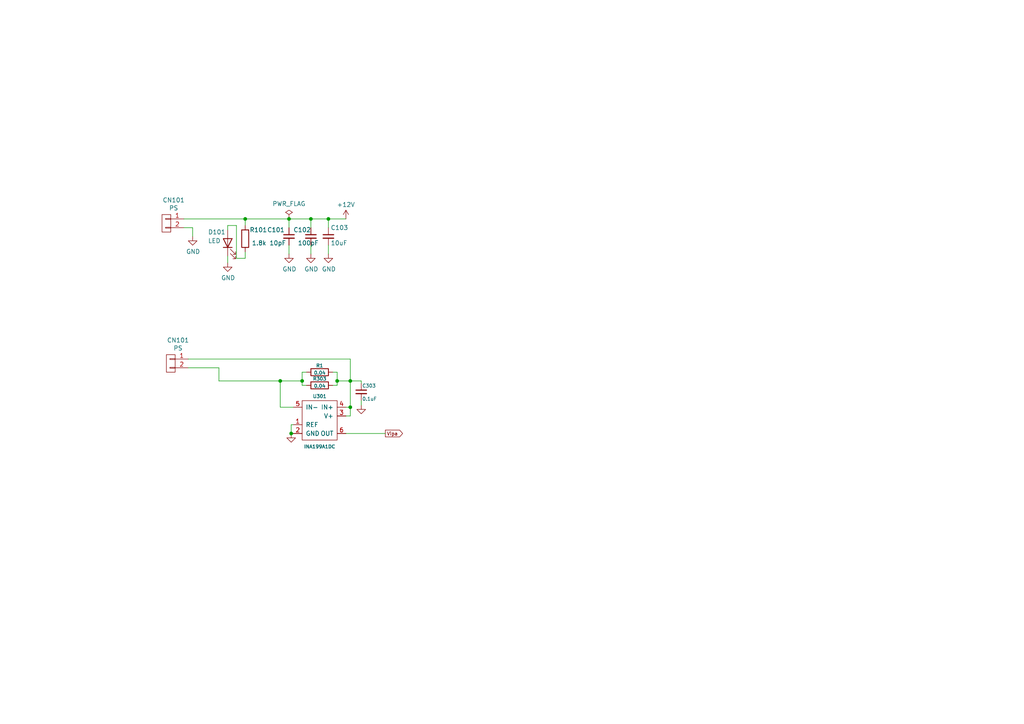
<source format=kicad_sch>
(kicad_sch (version 20230121) (generator eeschema)

  (uuid 3eac3497-6920-4feb-ab20-708a4858d134)

  (paper "A4")

  (title_block
    (title "Radioberry - amplifier for PA30")
    (date "2020-12-18")
    (rev "beta 1")
    (company "AppMind")
    (comment 1 "PA3GSB Johan Maas")
    (comment 2 "rev0.2 JG1TWP, YADO-san")
  )

  (lib_symbols
    (symbol "Device:LED" (pin_numbers hide) (pin_names (offset 1.016) hide) (in_bom yes) (on_board yes)
      (property "Reference" "D" (at 0 2.54 0)
        (effects (font (size 1.27 1.27)))
      )
      (property "Value" "LED" (at 0 -2.54 0)
        (effects (font (size 1.27 1.27)))
      )
      (property "Footprint" "" (at 0 0 0)
        (effects (font (size 1.27 1.27)) hide)
      )
      (property "Datasheet" "~" (at 0 0 0)
        (effects (font (size 1.27 1.27)) hide)
      )
      (property "ki_keywords" "LED diode" (at 0 0 0)
        (effects (font (size 1.27 1.27)) hide)
      )
      (property "ki_description" "Light emitting diode" (at 0 0 0)
        (effects (font (size 1.27 1.27)) hide)
      )
      (property "ki_fp_filters" "LED* LED_SMD:* LED_THT:*" (at 0 0 0)
        (effects (font (size 1.27 1.27)) hide)
      )
      (symbol "LED_0_1"
        (polyline
          (pts
            (xy -1.27 -1.27)
            (xy -1.27 1.27)
          )
          (stroke (width 0.254) (type default))
          (fill (type none))
        )
        (polyline
          (pts
            (xy -1.27 0)
            (xy 1.27 0)
          )
          (stroke (width 0) (type default))
          (fill (type none))
        )
        (polyline
          (pts
            (xy 1.27 -1.27)
            (xy 1.27 1.27)
            (xy -1.27 0)
            (xy 1.27 -1.27)
          )
          (stroke (width 0.254) (type default))
          (fill (type none))
        )
        (polyline
          (pts
            (xy -3.048 -0.762)
            (xy -4.572 -2.286)
            (xy -3.81 -2.286)
            (xy -4.572 -2.286)
            (xy -4.572 -1.524)
          )
          (stroke (width 0) (type default))
          (fill (type none))
        )
        (polyline
          (pts
            (xy -1.778 -0.762)
            (xy -3.302 -2.286)
            (xy -2.54 -2.286)
            (xy -3.302 -2.286)
            (xy -3.302 -1.524)
          )
          (stroke (width 0) (type default))
          (fill (type none))
        )
      )
      (symbol "LED_1_1"
        (pin passive line (at -3.81 0 0) (length 2.54)
          (name "K" (effects (font (size 1.27 1.27))))
          (number "1" (effects (font (size 1.27 1.27))))
        )
        (pin passive line (at 3.81 0 180) (length 2.54)
          (name "A" (effects (font (size 1.27 1.27))))
          (number "2" (effects (font (size 1.27 1.27))))
        )
      )
    )
    (symbol "Device:R" (pin_numbers hide) (pin_names (offset 0)) (in_bom yes) (on_board yes)
      (property "Reference" "R" (at 2.032 0 90)
        (effects (font (size 1.27 1.27)))
      )
      (property "Value" "R" (at 0 0 90)
        (effects (font (size 1.27 1.27)))
      )
      (property "Footprint" "" (at -1.778 0 90)
        (effects (font (size 1.27 1.27)) hide)
      )
      (property "Datasheet" "~" (at 0 0 0)
        (effects (font (size 1.27 1.27)) hide)
      )
      (property "ki_keywords" "R res resistor" (at 0 0 0)
        (effects (font (size 1.27 1.27)) hide)
      )
      (property "ki_description" "Resistor" (at 0 0 0)
        (effects (font (size 1.27 1.27)) hide)
      )
      (property "ki_fp_filters" "R_*" (at 0 0 0)
        (effects (font (size 1.27 1.27)) hide)
      )
      (symbol "R_0_1"
        (rectangle (start -1.016 -2.54) (end 1.016 2.54)
          (stroke (width 0.254) (type default))
          (fill (type none))
        )
      )
      (symbol "R_1_1"
        (pin passive line (at 0 3.81 270) (length 1.27)
          (name "~" (effects (font (size 1.27 1.27))))
          (number "1" (effects (font (size 1.27 1.27))))
        )
        (pin passive line (at 0 -3.81 90) (length 1.27)
          (name "~" (effects (font (size 1.27 1.27))))
          (number "2" (effects (font (size 1.27 1.27))))
        )
      )
    )
    (symbol "hermeslite:CONN_01X02" (pin_names (offset 1.016) hide) (in_bom yes) (on_board yes)
      (property "Reference" "J" (at 0 3.81 0)
        (effects (font (size 1.27 1.27)))
      )
      (property "Value" "CONN_01X02" (at 2.54 0 90)
        (effects (font (size 1.27 1.27)))
      )
      (property "Footprint" "" (at 0 0 0)
        (effects (font (size 1.27 1.27)) hide)
      )
      (property "Datasheet" "" (at 0 0 0)
        (effects (font (size 1.27 1.27)) hide)
      )
      (property "ki_keywords" "connector" (at 0 0 0)
        (effects (font (size 1.27 1.27)) hide)
      )
      (property "ki_description" "Connector, single row, 01x02, pin header" (at 0 0 0)
        (effects (font (size 1.27 1.27)) hide)
      )
      (property "ki_fp_filters" "Pin_Header_Straight_1X* Pin_Header_Angled_1X* Socket_Strip_Straight_1X* Socket_Strip_Angled_1X*" (at 0 0 0)
        (effects (font (size 1.27 1.27)) hide)
      )
      (symbol "CONN_01X02_0_1"
        (rectangle (start -1.27 -1.143) (end 0.254 -1.397)
          (stroke (width 0) (type solid))
          (fill (type none))
        )
        (rectangle (start -1.27 1.397) (end 0.254 1.143)
          (stroke (width 0) (type solid))
          (fill (type none))
        )
        (rectangle (start -1.27 2.54) (end 1.27 -2.54)
          (stroke (width 0) (type solid))
          (fill (type none))
        )
      )
      (symbol "CONN_01X02_1_1"
        (pin passive line (at -5.08 1.27 0) (length 3.81)
          (name "P1" (effects (font (size 1.27 1.27))))
          (number "1" (effects (font (size 1.27 1.27))))
        )
        (pin passive line (at -5.08 -1.27 0) (length 3.81)
          (name "P2" (effects (font (size 1.27 1.27))))
          (number "2" (effects (font (size 1.27 1.27))))
        )
      )
    )
    (symbol "hermeslite:C_Small" (pin_numbers hide) (pin_names (offset 0.254) hide) (in_bom yes) (on_board yes)
      (property "Reference" "C" (at 0.254 1.778 0)
        (effects (font (size 1.27 1.27)) (justify left))
      )
      (property "Value" "C_Small" (at 0.254 -2.032 0)
        (effects (font (size 1.27 1.27)) (justify left))
      )
      (property "Footprint" "" (at 0 0 0)
        (effects (font (size 1.27 1.27)) hide)
      )
      (property "Datasheet" "" (at 0 0 0)
        (effects (font (size 1.27 1.27)) hide)
      )
      (property "ki_keywords" "capacitor cap" (at 0 0 0)
        (effects (font (size 1.27 1.27)) hide)
      )
      (property "ki_description" "Unpolarized capacitor" (at 0 0 0)
        (effects (font (size 1.27 1.27)) hide)
      )
      (property "ki_fp_filters" "C_*" (at 0 0 0)
        (effects (font (size 1.27 1.27)) hide)
      )
      (symbol "C_Small_0_1"
        (polyline
          (pts
            (xy -1.524 -0.508)
            (xy 1.524 -0.508)
          )
          (stroke (width 0.3302) (type solid))
          (fill (type none))
        )
        (polyline
          (pts
            (xy -1.524 0.508)
            (xy 1.524 0.508)
          )
          (stroke (width 0.3048) (type solid))
          (fill (type none))
        )
      )
      (symbol "C_Small_1_1"
        (pin passive line (at 0 2.54 270) (length 2.032)
          (name "~" (effects (font (size 1.27 1.27))))
          (number "1" (effects (font (size 1.27 1.27))))
        )
        (pin passive line (at 0 -2.54 90) (length 2.032)
          (name "~" (effects (font (size 1.27 1.27))))
          (number "2" (effects (font (size 1.27 1.27))))
        )
      )
    )
    (symbol "hermeslite:GND" (power) (pin_names (offset 0)) (in_bom yes) (on_board yes)
      (property "Reference" "#PWR" (at 0 -6.35 0)
        (effects (font (size 1.27 1.27)) hide)
      )
      (property "Value" "GND" (at 0 -3.81 0)
        (effects (font (size 1.27 1.27)))
      )
      (property "Footprint" "" (at 0 0 0)
        (effects (font (size 1.27 1.27)) hide)
      )
      (property "Datasheet" "" (at 0 0 0)
        (effects (font (size 1.27 1.27)) hide)
      )
      (property "ki_keywords" "POWER, PWR" (at 0 0 0)
        (effects (font (size 1.27 1.27)) hide)
      )
      (symbol "GND_0_1"
        (polyline
          (pts
            (xy 0 0)
            (xy 0 -1.27)
            (xy 1.27 -1.27)
            (xy 0 -2.54)
            (xy -1.27 -1.27)
            (xy 0 -1.27)
          )
          (stroke (width 0) (type solid))
          (fill (type none))
        )
      )
      (symbol "GND_1_1"
        (pin power_in line (at 0 0 270) (length 0) hide
          (name "GND" (effects (font (size 1.27 1.27))))
          (number "1" (effects (font (size 1.27 1.27))))
        )
      )
    )
    (symbol "hermeslite:INA199x1" (pin_names (offset 1.016)) (in_bom yes) (on_board yes)
      (property "Reference" "U" (at 0 -6.35 0)
        (effects (font (size 1.524 1.524)))
      )
      (property "Value" "INA199x1" (at 0 -1.27 0)
        (effects (font (size 1.524 1.524)))
      )
      (property "Footprint" "" (at 0 0 0)
        (effects (font (size 1.524 1.524)))
      )
      (property "Datasheet" "" (at 0 0 0)
        (effects (font (size 1.524 1.524)))
      )
      (symbol "INA199x1_0_0"
        (rectangle (start -5.08 11.43) (end 5.08 0)
          (stroke (width 0) (type solid))
          (fill (type none))
        )
      )
      (symbol "INA199x1_1_1"
        (pin input line (at 7.62 4.445 180) (length 2.54)
          (name "REF" (effects (font (size 1.27 1.27))))
          (number "1" (effects (font (size 1.27 1.27))))
        )
        (pin input line (at 7.62 1.905 180) (length 2.54)
          (name "GND" (effects (font (size 1.27 1.27))))
          (number "2" (effects (font (size 1.27 1.27))))
        )
        (pin input line (at -7.62 6.985 0) (length 2.54)
          (name "V+" (effects (font (size 1.27 1.27))))
          (number "3" (effects (font (size 1.27 1.27))))
        )
        (pin input line (at -7.62 9.525 0) (length 2.54)
          (name "IN+" (effects (font (size 1.27 1.27))))
          (number "4" (effects (font (size 1.27 1.27))))
        )
        (pin input line (at 7.62 9.525 180) (length 2.54)
          (name "IN-" (effects (font (size 1.27 1.27))))
          (number "5" (effects (font (size 1.27 1.27))))
        )
        (pin input line (at -7.62 1.905 0) (length 2.54)
          (name "OUT" (effects (font (size 1.27 1.27))))
          (number "6" (effects (font (size 1.27 1.27))))
        )
      )
    )
    (symbol "hermeslite:R" (pin_numbers hide) (pin_names (offset 0)) (in_bom yes) (on_board yes)
      (property "Reference" "R" (at 2.032 0 90)
        (effects (font (size 1.27 1.27)))
      )
      (property "Value" "R" (at 0 0 90)
        (effects (font (size 1.27 1.27)))
      )
      (property "Footprint" "" (at -1.778 0 90)
        (effects (font (size 1.27 1.27)) hide)
      )
      (property "Datasheet" "" (at 0 0 0)
        (effects (font (size 1.27 1.27)) hide)
      )
      (property "ki_keywords" "r res resistor" (at 0 0 0)
        (effects (font (size 1.27 1.27)) hide)
      )
      (property "ki_description" "Resistor" (at 0 0 0)
        (effects (font (size 1.27 1.27)) hide)
      )
      (property "ki_fp_filters" "R_* R_*" (at 0 0 0)
        (effects (font (size 1.27 1.27)) hide)
      )
      (symbol "R_0_1"
        (rectangle (start -1.016 -2.54) (end 1.016 2.54)
          (stroke (width 0.254) (type solid))
          (fill (type none))
        )
      )
      (symbol "R_1_1"
        (pin passive line (at 0 3.81 270) (length 1.27)
          (name "~" (effects (font (size 1.27 1.27))))
          (number "1" (effects (font (size 1.27 1.27))))
        )
        (pin passive line (at 0 -3.81 90) (length 1.27)
          (name "~" (effects (font (size 1.27 1.27))))
          (number "2" (effects (font (size 1.27 1.27))))
        )
      )
    )
    (symbol "power:+12V" (power) (pin_names (offset 0)) (in_bom yes) (on_board yes)
      (property "Reference" "#PWR" (at 0 -3.81 0)
        (effects (font (size 1.27 1.27)) hide)
      )
      (property "Value" "+12V" (at 0 3.556 0)
        (effects (font (size 1.27 1.27)))
      )
      (property "Footprint" "" (at 0 0 0)
        (effects (font (size 1.27 1.27)) hide)
      )
      (property "Datasheet" "" (at 0 0 0)
        (effects (font (size 1.27 1.27)) hide)
      )
      (property "ki_keywords" "global power" (at 0 0 0)
        (effects (font (size 1.27 1.27)) hide)
      )
      (property "ki_description" "Power symbol creates a global label with name \"+12V\"" (at 0 0 0)
        (effects (font (size 1.27 1.27)) hide)
      )
      (symbol "+12V_0_1"
        (polyline
          (pts
            (xy -0.762 1.27)
            (xy 0 2.54)
          )
          (stroke (width 0) (type default))
          (fill (type none))
        )
        (polyline
          (pts
            (xy 0 0)
            (xy 0 2.54)
          )
          (stroke (width 0) (type default))
          (fill (type none))
        )
        (polyline
          (pts
            (xy 0 2.54)
            (xy 0.762 1.27)
          )
          (stroke (width 0) (type default))
          (fill (type none))
        )
      )
      (symbol "+12V_1_1"
        (pin power_in line (at 0 0 90) (length 0) hide
          (name "+12V" (effects (font (size 1.27 1.27))))
          (number "1" (effects (font (size 1.27 1.27))))
        )
      )
    )
    (symbol "power:GND" (power) (pin_names (offset 0)) (in_bom yes) (on_board yes)
      (property "Reference" "#PWR" (at 0 -6.35 0)
        (effects (font (size 1.27 1.27)) hide)
      )
      (property "Value" "GND" (at 0 -3.81 0)
        (effects (font (size 1.27 1.27)))
      )
      (property "Footprint" "" (at 0 0 0)
        (effects (font (size 1.27 1.27)) hide)
      )
      (property "Datasheet" "" (at 0 0 0)
        (effects (font (size 1.27 1.27)) hide)
      )
      (property "ki_keywords" "global power" (at 0 0 0)
        (effects (font (size 1.27 1.27)) hide)
      )
      (property "ki_description" "Power symbol creates a global label with name \"GND\" , ground" (at 0 0 0)
        (effects (font (size 1.27 1.27)) hide)
      )
      (symbol "GND_0_1"
        (polyline
          (pts
            (xy 0 0)
            (xy 0 -1.27)
            (xy 1.27 -1.27)
            (xy 0 -2.54)
            (xy -1.27 -1.27)
            (xy 0 -1.27)
          )
          (stroke (width 0) (type default))
          (fill (type none))
        )
      )
      (symbol "GND_1_1"
        (pin power_in line (at 0 0 270) (length 0) hide
          (name "GND" (effects (font (size 1.27 1.27))))
          (number "1" (effects (font (size 1.27 1.27))))
        )
      )
    )
    (symbol "power:PWR_FLAG" (power) (pin_numbers hide) (pin_names (offset 0) hide) (in_bom yes) (on_board yes)
      (property "Reference" "#FLG" (at 0 1.905 0)
        (effects (font (size 1.27 1.27)) hide)
      )
      (property "Value" "PWR_FLAG" (at 0 3.81 0)
        (effects (font (size 1.27 1.27)))
      )
      (property "Footprint" "" (at 0 0 0)
        (effects (font (size 1.27 1.27)) hide)
      )
      (property "Datasheet" "~" (at 0 0 0)
        (effects (font (size 1.27 1.27)) hide)
      )
      (property "ki_keywords" "flag power" (at 0 0 0)
        (effects (font (size 1.27 1.27)) hide)
      )
      (property "ki_description" "Special symbol for telling ERC where power comes from" (at 0 0 0)
        (effects (font (size 1.27 1.27)) hide)
      )
      (symbol "PWR_FLAG_0_0"
        (pin power_out line (at 0 0 90) (length 0)
          (name "pwr" (effects (font (size 1.27 1.27))))
          (number "1" (effects (font (size 1.27 1.27))))
        )
      )
      (symbol "PWR_FLAG_0_1"
        (polyline
          (pts
            (xy 0 0)
            (xy 0 1.27)
            (xy -1.016 1.905)
            (xy 0 2.54)
            (xy 1.016 1.905)
            (xy 0 1.27)
          )
          (stroke (width 0) (type default))
          (fill (type none))
        )
      )
    )
  )

  (junction (at 83.82 63.5) (diameter 0) (color 0 0 0 0)
    (uuid 160f9d1d-3206-4b3a-85b4-a688cf4c1f49)
  )
  (junction (at 101.6 110.49) (diameter 0) (color 0 0 0 0)
    (uuid 202cea70-49cb-4147-a092-ccbbef5dfd06)
  )
  (junction (at 95.25 63.5) (diameter 0) (color 0 0 0 0)
    (uuid 44000af8-acc4-4c07-b02f-e4175253d095)
  )
  (junction (at 71.12 63.5) (diameter 0) (color 0 0 0 0)
    (uuid 53fcc0fd-ab9f-4d59-a0d0-068949f141a4)
  )
  (junction (at 97.79 110.49) (diameter 0) (color 0 0 0 0)
    (uuid 54b764b9-b6bf-4ddf-8a42-5b70b5d66e39)
  )
  (junction (at 81.28 110.49) (diameter 0) (color 0 0 0 0)
    (uuid a869ee72-ca3f-44cf-bbc3-f53d74f20c45)
  )
  (junction (at 87.63 110.49) (diameter 0) (color 0 0 0 0)
    (uuid ae111cfd-54c3-482d-ae38-8b6b57174719)
  )
  (junction (at 90.17 63.5) (diameter 0) (color 0 0 0 0)
    (uuid b0da7ac4-2f14-432b-9604-46f57e9f8668)
  )
  (junction (at 101.6 118.11) (diameter 0) (color 0 0 0 0)
    (uuid e55488c7-64d0-46c6-9932-dfca6f7fdc88)
  )
  (junction (at 84.455 125.73) (diameter 0) (color 0 0 0 0)
    (uuid ee066086-e56e-4613-926b-ee6cc68d5d6b)
  )

  (wire (pts (xy 101.6 104.14) (xy 101.6 110.49))
    (stroke (width 0) (type default))
    (uuid 01b6b1ae-61cf-4931-ad5d-8b39adb19e42)
  )
  (wire (pts (xy 104.775 110.49) (xy 104.775 111.125))
    (stroke (width 0) (type default))
    (uuid 02b7fb9b-258f-417a-9458-33086106440c)
  )
  (wire (pts (xy 54.61 104.14) (xy 101.6 104.14))
    (stroke (width 0) (type default))
    (uuid 08e89aad-34b8-4a86-8de6-7b004bae3f10)
  )
  (wire (pts (xy 97.79 110.49) (xy 101.6 110.49))
    (stroke (width 0) (type default))
    (uuid 125e3ead-ce5e-45e7-8f7c-63d986412a49)
  )
  (wire (pts (xy 95.25 66.04) (xy 95.25 63.5))
    (stroke (width 0) (type default))
    (uuid 19dbf5ab-701d-4927-944c-df3d6f1ed3a4)
  )
  (wire (pts (xy 85.09 125.73) (xy 84.455 125.73))
    (stroke (width 0) (type default))
    (uuid 1b4abde2-a419-4684-9366-e382daae051c)
  )
  (wire (pts (xy 96.52 107.95) (xy 97.79 107.95))
    (stroke (width 0) (type default))
    (uuid 1c603370-7a55-46de-b878-2daa4f9d1430)
  )
  (wire (pts (xy 68.58 74.93) (xy 71.12 74.93))
    (stroke (width 0) (type default))
    (uuid 1fc38097-5e69-4557-850a-14b21333ea3b)
  )
  (wire (pts (xy 85.09 123.19) (xy 84.455 123.19))
    (stroke (width 0) (type default))
    (uuid 20ec3b21-6512-4522-afbb-9258d4fc36b0)
  )
  (wire (pts (xy 96.52 111.76) (xy 97.79 111.76))
    (stroke (width 0) (type default))
    (uuid 23bf2d63-9485-44d3-a239-e85065186a30)
  )
  (wire (pts (xy 53.34 63.5) (xy 71.12 63.5))
    (stroke (width 0) (type default))
    (uuid 269020ca-8ad5-4c4e-b4d7-d1586d82c869)
  )
  (wire (pts (xy 95.25 63.5) (xy 100.33 63.5))
    (stroke (width 0) (type default))
    (uuid 2ac540b0-374d-444c-aff5-8a85d13ae055)
  )
  (wire (pts (xy 54.61 106.68) (xy 63.5 106.68))
    (stroke (width 0) (type default))
    (uuid 2d1b15c5-9e75-4b5a-acaa-4f5f9e5ff51c)
  )
  (wire (pts (xy 63.5 110.49) (xy 81.28 110.49))
    (stroke (width 0) (type default))
    (uuid 311f0c2e-fb3a-4f13-83f4-49cb2110f60f)
  )
  (wire (pts (xy 85.09 118.11) (xy 81.28 118.11))
    (stroke (width 0) (type default))
    (uuid 36e459f3-5216-45a9-bc13-b3c02b291097)
  )
  (wire (pts (xy 88.9 107.95) (xy 87.63 107.95))
    (stroke (width 0) (type default))
    (uuid 3c84452d-dacd-41db-bb78-bccd7640480d)
  )
  (wire (pts (xy 66.04 66.675) (xy 66.04 65.405))
    (stroke (width 0) (type default))
    (uuid 413cf1f0-3921-4443-8ef5-091f710ad8e6)
  )
  (wire (pts (xy 71.12 74.93) (xy 71.12 73.025))
    (stroke (width 0) (type default))
    (uuid 420ca4b4-91af-4858-94d9-a33a0a34cec5)
  )
  (wire (pts (xy 97.79 107.95) (xy 97.79 110.49))
    (stroke (width 0) (type default))
    (uuid 42d68021-a124-4c92-b1a9-db68c1188148)
  )
  (wire (pts (xy 66.04 65.405) (xy 68.58 65.405))
    (stroke (width 0) (type default))
    (uuid 529fae79-e6f2-4ef0-9e21-ad8d7e187961)
  )
  (wire (pts (xy 90.17 63.5) (xy 95.25 63.5))
    (stroke (width 0) (type default))
    (uuid 53622abb-4e27-447f-a9ce-f578894b6fd6)
  )
  (wire (pts (xy 90.17 66.04) (xy 90.17 63.5))
    (stroke (width 0) (type default))
    (uuid 54c5de05-7b21-4b59-9819-32ac126fbaf5)
  )
  (wire (pts (xy 66.04 74.295) (xy 66.04 76.2))
    (stroke (width 0) (type default))
    (uuid 57227b6f-ffda-4b54-8ba7-45dfb99aaaf8)
  )
  (wire (pts (xy 71.12 63.5) (xy 83.82 63.5))
    (stroke (width 0) (type default))
    (uuid 57371917-5b38-4bef-8f75-fb72872c99e5)
  )
  (wire (pts (xy 95.25 73.66) (xy 95.25 71.12))
    (stroke (width 0) (type default))
    (uuid 60afd0b0-af85-45c8-8bc8-ef000c7e7198)
  )
  (wire (pts (xy 101.6 110.49) (xy 104.775 110.49))
    (stroke (width 0) (type default))
    (uuid 610ee8e2-cb57-4b37-8bf0-17845d5d8acd)
  )
  (wire (pts (xy 83.82 63.5) (xy 90.17 63.5))
    (stroke (width 0) (type default))
    (uuid 6b3d767a-e02d-4866-bb80-e4d1599fefad)
  )
  (wire (pts (xy 55.88 66.04) (xy 55.88 68.58))
    (stroke (width 0) (type default))
    (uuid 6dea07db-6a03-43f9-828c-8f65de69bdd2)
  )
  (wire (pts (xy 84.455 123.19) (xy 84.455 125.73))
    (stroke (width 0) (type default))
    (uuid 77e42fae-6aa8-47de-a357-c70604c8ac77)
  )
  (wire (pts (xy 101.6 110.49) (xy 101.6 118.11))
    (stroke (width 0) (type default))
    (uuid 7832a938-4848-4a44-b365-335376facbc8)
  )
  (wire (pts (xy 71.12 65.405) (xy 71.12 63.5))
    (stroke (width 0) (type default))
    (uuid 809a4bb7-9629-4184-bc26-475c7fc7fde6)
  )
  (wire (pts (xy 87.63 107.95) (xy 87.63 110.49))
    (stroke (width 0) (type default))
    (uuid 85bb2de5-1ea3-4209-9259-8fa14ac50886)
  )
  (wire (pts (xy 83.82 66.04) (xy 83.82 63.5))
    (stroke (width 0) (type default))
    (uuid 92a08953-754a-4492-9069-6481f27f268b)
  )
  (wire (pts (xy 100.33 118.11) (xy 101.6 118.11))
    (stroke (width 0) (type default))
    (uuid a3cfba2d-1f3c-4180-937e-c50023d03832)
  )
  (wire (pts (xy 87.63 110.49) (xy 87.63 111.76))
    (stroke (width 0) (type default))
    (uuid a680b5b2-f138-4b7b-af2f-28466d306183)
  )
  (wire (pts (xy 104.775 116.205) (xy 104.775 117.475))
    (stroke (width 0) (type default))
    (uuid a70df7be-07b3-45dd-92ef-e7415ebc5bb9)
  )
  (wire (pts (xy 101.6 118.11) (xy 101.6 120.65))
    (stroke (width 0) (type default))
    (uuid add70048-3db5-4f0f-9c0a-49eadbaf0a95)
  )
  (wire (pts (xy 100.33 125.73) (xy 111.76 125.73))
    (stroke (width 0) (type default))
    (uuid bf63feed-403e-4322-b6a8-facefa7a1c2b)
  )
  (wire (pts (xy 81.28 110.49) (xy 81.28 118.11))
    (stroke (width 0) (type default))
    (uuid c1a088ab-afa3-433c-8211-26869a43bc67)
  )
  (wire (pts (xy 87.63 111.76) (xy 88.9 111.76))
    (stroke (width 0) (type default))
    (uuid cc2b7b71-1129-4ee6-8e16-3ea1e9892a2b)
  )
  (wire (pts (xy 83.82 71.12) (xy 83.82 73.66))
    (stroke (width 0) (type default))
    (uuid d08882a4-121d-4969-a26c-f152fdcb084b)
  )
  (wire (pts (xy 68.58 65.405) (xy 68.58 74.93))
    (stroke (width 0) (type default))
    (uuid d797b36d-2877-491a-8e03-77474e86d6ff)
  )
  (wire (pts (xy 81.28 110.49) (xy 87.63 110.49))
    (stroke (width 0) (type default))
    (uuid db3166ac-2290-466b-926d-e5264f3b4134)
  )
  (wire (pts (xy 97.79 110.49) (xy 97.79 111.76))
    (stroke (width 0) (type default))
    (uuid e43447ae-9dbd-4272-a84a-6648bafe7a43)
  )
  (wire (pts (xy 90.17 71.12) (xy 90.17 73.66))
    (stroke (width 0) (type default))
    (uuid e6231e41-5929-4926-a465-cc92e52aadb9)
  )
  (wire (pts (xy 53.34 66.04) (xy 55.88 66.04))
    (stroke (width 0) (type default))
    (uuid f0000412-2504-4042-82e8-38f28eaa9915)
  )
  (wire (pts (xy 101.6 120.65) (xy 100.33 120.65))
    (stroke (width 0) (type default))
    (uuid f32ca0e8-1d1c-4163-bf95-37fb87eedf27)
  )
  (wire (pts (xy 63.5 106.68) (xy 63.5 110.49))
    (stroke (width 0) (type default))
    (uuid f740c1c2-933a-41a1-89a4-7e62dbbc9b43)
  )

  (global_label "Vipa" (shape output) (at 111.76 125.73 0)
    (effects (font (size 0.9906 0.9906)) (justify left))
    (uuid 97ff4957-a404-4823-9fc4-a458aa710cad)
    (property "Intersheetrefs" "${INTERSHEET_REFS}" (at 111.76 125.73 0)
      (effects (font (size 1.27 1.27)) hide)
    )
  )

  (symbol (lib_id "hermeslite:C_Small") (at 90.17 68.58 0) (unit 1)
    (in_bom yes) (on_board yes) (dnp no)
    (uuid 00000000-0000-0000-0000-00005fdb978b)
    (property "Reference" "C102" (at 85.09 66.675 0)
      (effects (font (size 1.27 1.27)) (justify left))
    )
    (property "Value" "100pF" (at 86.36 70.485 0)
      (effects (font (size 1.27 1.27)) (justify left))
    )
    (property "Footprint" "HERMESLITE:SMD-0805" (at 90.17 68.58 0)
      (effects (font (size 1.27 1.27)) hide)
    )
    (property "Datasheet" "" (at 90.17 68.58 0)
      (effects (font (size 1.27 1.27)) hide)
    )
    (pin "1" (uuid a9b23701-42fe-4c7c-8f46-e9436d20120f))
    (pin "2" (uuid 418c3ce8-7c85-496f-9ae9-5d71e6ada31c))
    (instances
      (project "Power.pa30"
        (path "/3eac3497-6920-4feb-ab20-708a4858d134"
          (reference "C102") (unit 1)
        )
      )
      (project "hat.pa30"
        (path "/ba8e7a9c-7c3b-408c-ae14-10b9ecdea265/00000000-0000-0000-0000-00005fd3ddb9"
          (reference "C102") (unit 1)
        )
      )
    )
  )

  (symbol (lib_id "hermeslite:C_Small") (at 83.82 68.58 0) (unit 1)
    (in_bom yes) (on_board yes) (dnp no)
    (uuid 00000000-0000-0000-0000-00005fdc154d)
    (property "Reference" "C101" (at 77.47 66.675 0)
      (effects (font (size 1.27 1.27)) (justify left))
    )
    (property "Value" "10pF" (at 78.105 70.485 0)
      (effects (font (size 1.27 1.27)) (justify left))
    )
    (property "Footprint" "HERMESLITE:SMD-0805" (at 83.82 68.58 0)
      (effects (font (size 1.27 1.27)) hide)
    )
    (property "Datasheet" "" (at 83.82 68.58 0)
      (effects (font (size 1.27 1.27)) hide)
    )
    (pin "1" (uuid fa1907b5-e0a3-4907-a845-502eec6cc40b))
    (pin "2" (uuid 8fc1a60f-c105-4857-9daa-b9fc77d52f4a))
    (instances
      (project "Power.pa30"
        (path "/3eac3497-6920-4feb-ab20-708a4858d134"
          (reference "C101") (unit 1)
        )
      )
      (project "hat.pa30"
        (path "/ba8e7a9c-7c3b-408c-ae14-10b9ecdea265/00000000-0000-0000-0000-00005fd3ddb9"
          (reference "C101") (unit 1)
        )
      )
    )
  )

  (symbol (lib_id "hermeslite:GND") (at 83.82 73.66 0) (unit 1)
    (in_bom yes) (on_board yes) (dnp no)
    (uuid 00000000-0000-0000-0000-00005fdcf0a9)
    (property "Reference" "#PWR0103" (at 83.82 80.01 0)
      (effects (font (size 1.27 1.27)) hide)
    )
    (property "Value" "GND" (at 83.947 78.0542 0)
      (effects (font (size 1.27 1.27)))
    )
    (property "Footprint" "" (at 83.82 73.66 0)
      (effects (font (size 1.27 1.27)) hide)
    )
    (property "Datasheet" "" (at 83.82 73.66 0)
      (effects (font (size 1.27 1.27)) hide)
    )
    (pin "1" (uuid b7a34d86-18aa-4434-bb0a-fc6c10e8f1cb))
    (instances
      (project "Power.pa30"
        (path "/3eac3497-6920-4feb-ab20-708a4858d134"
          (reference "#PWR0103") (unit 1)
        )
      )
      (project "hat.pa30"
        (path "/ba8e7a9c-7c3b-408c-ae14-10b9ecdea265/00000000-0000-0000-0000-00005fd3ddb9"
          (reference "#PWR0103") (unit 1)
        )
      )
    )
  )

  (symbol (lib_id "hermeslite:GND") (at 90.17 73.66 0) (unit 1)
    (in_bom yes) (on_board yes) (dnp no)
    (uuid 00000000-0000-0000-0000-00005fdcf320)
    (property "Reference" "#PWR0104" (at 90.17 80.01 0)
      (effects (font (size 1.27 1.27)) hide)
    )
    (property "Value" "GND" (at 90.297 78.0542 0)
      (effects (font (size 1.27 1.27)))
    )
    (property "Footprint" "" (at 90.17 73.66 0)
      (effects (font (size 1.27 1.27)) hide)
    )
    (property "Datasheet" "" (at 90.17 73.66 0)
      (effects (font (size 1.27 1.27)) hide)
    )
    (pin "1" (uuid 6b33fe9c-57c1-4463-a004-e99db32c0ce9))
    (instances
      (project "Power.pa30"
        (path "/3eac3497-6920-4feb-ab20-708a4858d134"
          (reference "#PWR0104") (unit 1)
        )
      )
      (project "hat.pa30"
        (path "/ba8e7a9c-7c3b-408c-ae14-10b9ecdea265/00000000-0000-0000-0000-00005fd3ddb9"
          (reference "#PWR0104") (unit 1)
        )
      )
    )
  )

  (symbol (lib_id "hermeslite:CONN_01X02") (at 48.26 64.77 0) (mirror y) (unit 1)
    (in_bom yes) (on_board yes) (dnp no)
    (uuid 00000000-0000-0000-0000-00005ff950b5)
    (property "Reference" "CN101" (at 50.3682 58.039 0)
      (effects (font (size 1.27 1.27)))
    )
    (property "Value" "PS" (at 50.3682 60.3504 0)
      (effects (font (size 1.27 1.27)))
    )
    (property "Footprint" "Connector_PinHeader_2.54mm:PinHeader_1x02_P2.54mm_Vertical" (at 48.26 64.77 0)
      (effects (font (size 1.27 1.27)) hide)
    )
    (property "Datasheet" "" (at 48.26 64.77 0)
      (effects (font (size 1.27 1.27)) hide)
    )
    (pin "1" (uuid 1bfd5c71-5a59-421c-bbdb-39e6dc0128e7))
    (pin "2" (uuid b605511d-fc16-4f68-af2e-9be7d22595b7))
    (instances
      (project "Power.pa30"
        (path "/3eac3497-6920-4feb-ab20-708a4858d134"
          (reference "CN101") (unit 1)
        )
      )
      (project "hat.pa30"
        (path "/ba8e7a9c-7c3b-408c-ae14-10b9ecdea265/00000000-0000-0000-0000-00005fd3ddb9"
          (reference "CN101") (unit 1)
        )
      )
    )
  )

  (symbol (lib_id "hermeslite:GND") (at 55.88 68.58 0) (unit 1)
    (in_bom yes) (on_board yes) (dnp no)
    (uuid 00000000-0000-0000-0000-00005ff950e5)
    (property "Reference" "#PWR0102" (at 55.88 74.93 0)
      (effects (font (size 1.27 1.27)) hide)
    )
    (property "Value" "GND" (at 56.007 72.9742 0)
      (effects (font (size 1.27 1.27)))
    )
    (property "Footprint" "" (at 55.88 68.58 0)
      (effects (font (size 1.27 1.27)) hide)
    )
    (property "Datasheet" "" (at 55.88 68.58 0)
      (effects (font (size 1.27 1.27)) hide)
    )
    (pin "1" (uuid a6073419-b293-42cf-b1e3-36d86efc398c))
    (instances
      (project "Power.pa30"
        (path "/3eac3497-6920-4feb-ab20-708a4858d134"
          (reference "#PWR0102") (unit 1)
        )
      )
      (project "hat.pa30"
        (path "/ba8e7a9c-7c3b-408c-ae14-10b9ecdea265/00000000-0000-0000-0000-00005fd3ddb9"
          (reference "#PWR0102") (unit 1)
        )
      )
    )
  )

  (symbol (lib_id "hermeslite:GND") (at 66.04 76.2 0) (unit 1)
    (in_bom yes) (on_board yes) (dnp no)
    (uuid 00000000-0000-0000-0000-00005ff950f0)
    (property "Reference" "#PWR0106" (at 66.04 82.55 0)
      (effects (font (size 1.27 1.27)) hide)
    )
    (property "Value" "GND" (at 66.167 80.5942 0)
      (effects (font (size 1.27 1.27)))
    )
    (property "Footprint" "" (at 66.04 76.2 0)
      (effects (font (size 1.27 1.27)) hide)
    )
    (property "Datasheet" "" (at 66.04 76.2 0)
      (effects (font (size 1.27 1.27)) hide)
    )
    (pin "1" (uuid 10370004-9294-4b46-ac43-8f896c84547d))
    (instances
      (project "Power.pa30"
        (path "/3eac3497-6920-4feb-ab20-708a4858d134"
          (reference "#PWR0106") (unit 1)
        )
      )
      (project "hat.pa30"
        (path "/ba8e7a9c-7c3b-408c-ae14-10b9ecdea265/00000000-0000-0000-0000-00005fd3ddb9"
          (reference "#PWR0106") (unit 1)
        )
      )
    )
  )

  (symbol (lib_id "hermeslite:C_Small") (at 95.25 68.58 0) (unit 1)
    (in_bom yes) (on_board yes) (dnp no)
    (uuid 00000000-0000-0000-0000-00005ff950f7)
    (property "Reference" "C103" (at 95.885 66.04 0)
      (effects (font (size 1.27 1.27)) (justify left))
    )
    (property "Value" "10uF" (at 95.885 70.485 0)
      (effects (font (size 1.27 1.27)) (justify left))
    )
    (property "Footprint" "HERMESLITE:SMD-0805" (at 95.25 68.58 0)
      (effects (font (size 1.27 1.27)) hide)
    )
    (property "Datasheet" "" (at 95.25 68.58 0)
      (effects (font (size 1.27 1.27)) hide)
    )
    (pin "1" (uuid f5e4fe84-1860-4a6f-b4db-636485cdeea4))
    (pin "2" (uuid dd14923f-ddc4-4784-9143-6fe77fac746e))
    (instances
      (project "Power.pa30"
        (path "/3eac3497-6920-4feb-ab20-708a4858d134"
          (reference "C103") (unit 1)
        )
      )
      (project "hat.pa30"
        (path "/ba8e7a9c-7c3b-408c-ae14-10b9ecdea265/00000000-0000-0000-0000-00005fd3ddb9"
          (reference "C103") (unit 1)
        )
      )
    )
  )

  (symbol (lib_id "hermeslite:GND") (at 95.25 73.66 0) (unit 1)
    (in_bom yes) (on_board yes) (dnp no)
    (uuid 00000000-0000-0000-0000-00005ff95199)
    (property "Reference" "#PWR0105" (at 95.25 80.01 0)
      (effects (font (size 1.27 1.27)) hide)
    )
    (property "Value" "GND" (at 95.377 78.0542 0)
      (effects (font (size 1.27 1.27)))
    )
    (property "Footprint" "" (at 95.25 73.66 0)
      (effects (font (size 1.27 1.27)) hide)
    )
    (property "Datasheet" "" (at 95.25 73.66 0)
      (effects (font (size 1.27 1.27)) hide)
    )
    (pin "1" (uuid ac75c26d-4ea7-453a-a594-22b02b055fdd))
    (instances
      (project "Power.pa30"
        (path "/3eac3497-6920-4feb-ab20-708a4858d134"
          (reference "#PWR0105") (unit 1)
        )
      )
      (project "hat.pa30"
        (path "/ba8e7a9c-7c3b-408c-ae14-10b9ecdea265/00000000-0000-0000-0000-00005fd3ddb9"
          (reference "#PWR0105") (unit 1)
        )
      )
    )
  )

  (symbol (lib_id "power:PWR_FLAG") (at 83.82 63.5 0) (unit 1)
    (in_bom yes) (on_board yes) (dnp no)
    (uuid 00000000-0000-0000-0000-0000601a5a3c)
    (property "Reference" "#FLG0101" (at 83.82 61.595 0)
      (effects (font (size 1.27 1.27)) hide)
    )
    (property "Value" "PWR_FLAG" (at 83.82 59.1058 0)
      (effects (font (size 1.27 1.27)))
    )
    (property "Footprint" "" (at 83.82 63.5 0)
      (effects (font (size 1.27 1.27)) hide)
    )
    (property "Datasheet" "~" (at 83.82 63.5 0)
      (effects (font (size 1.27 1.27)) hide)
    )
    (pin "1" (uuid d169eaf2-2321-4a32-8735-bd325570f4f0))
    (instances
      (project "Power.pa30"
        (path "/3eac3497-6920-4feb-ab20-708a4858d134"
          (reference "#FLG0101") (unit 1)
        )
      )
      (project "hat.pa30"
        (path "/ba8e7a9c-7c3b-408c-ae14-10b9ecdea265/00000000-0000-0000-0000-00005fd3ddb9"
          (reference "#FLG0101") (unit 1)
        )
      )
    )
  )

  (symbol (lib_id "hermeslite:INA199x1") (at 92.71 127.635 0) (mirror y) (unit 1)
    (in_bom yes) (on_board yes) (dnp no)
    (uuid 0c1b3a3b-4b55-4a01-b3b2-9c20c4bbf02b)
    (property "Reference" "U301" (at 92.71 114.935 0)
      (effects (font (size 0.9906 0.9906)))
    )
    (property "Value" "INA199A1DC" (at 92.71 129.54 0)
      (effects (font (size 0.9906 0.9906)))
    )
    (property "Footprint" "HERMESLITE:PE4259" (at 92.71 127.635 0)
      (effects (font (size 1.524 1.524)) hide)
    )
    (property "Datasheet" "" (at 92.71 127.635 0)
      (effects (font (size 1.524 1.524)))
    )
    (pin "1" (uuid 044b5dcf-4716-405f-aa6f-420c06c0b023))
    (pin "2" (uuid 577fd2aa-7629-4242-ad19-b59c86169b91))
    (pin "3" (uuid 9cbafce7-4cb0-430d-a2a1-1429d89b5b32))
    (pin "4" (uuid 9d940922-d69a-47b2-a847-73c89876ee7b))
    (pin "5" (uuid 9184ccc1-93d6-4da6-862f-353a081dff3a))
    (pin "6" (uuid 837243ae-6654-4d95-ad66-4d22b266b6bb))
    (instances
      (project "Amplifier"
        (path "/23c1b308-89b0-41d5-a506-f652c8a6ea26"
          (reference "U301") (unit 1)
        )
      )
      (project "Power.pa30"
        (path "/3eac3497-6920-4feb-ab20-708a4858d134"
          (reference "U301") (unit 1)
        )
      )
      (project "hat.pa30"
        (path "/ba8e7a9c-7c3b-408c-ae14-10b9ecdea265/00000000-0000-0000-0000-00005fd3ddb9"
          (reference "U1") (unit 1)
        )
      )
    )
  )

  (symbol (lib_id "power:GND") (at 84.455 125.73 0) (unit 1)
    (in_bom yes) (on_board yes) (dnp no)
    (uuid 23815866-416f-45a0-b63c-f9f3c7f83f64)
    (property "Reference" "#PWR0305" (at 84.455 132.08 0)
      (effects (font (size 1.27 1.27)) hide)
    )
    (property "Value" "GND" (at 84.455 129.54 0)
      (effects (font (size 1.27 1.27)) hide)
    )
    (property "Footprint" "" (at 84.455 125.73 0)
      (effects (font (size 1.27 1.27)))
    )
    (property "Datasheet" "" (at 84.455 125.73 0)
      (effects (font (size 1.27 1.27)))
    )
    (pin "1" (uuid 415d31c5-e198-4d3e-9682-284447a837df))
    (instances
      (project "Amplifier"
        (path "/23c1b308-89b0-41d5-a506-f652c8a6ea26"
          (reference "#PWR0305") (unit 1)
        )
      )
      (project "Power.pa30"
        (path "/3eac3497-6920-4feb-ab20-708a4858d134"
          (reference "#PWR0305") (unit 1)
        )
      )
      (project "hat.pa30"
        (path "/ba8e7a9c-7c3b-408c-ae14-10b9ecdea265/00000000-0000-0000-0000-00005fd3ddb9"
          (reference "#PWR01") (unit 1)
        )
      )
    )
  )

  (symbol (lib_id "hermeslite:C_Small") (at 104.775 113.665 0) (unit 1)
    (in_bom yes) (on_board yes) (dnp no)
    (uuid 260f4a68-9378-4920-b6ab-b97b54cd8059)
    (property "Reference" "C303" (at 105.029 111.887 0)
      (effects (font (size 0.9906 0.9906)) (justify left))
    )
    (property "Value" "0.1uF" (at 105.029 115.697 0)
      (effects (font (size 0.9906 0.9906)) (justify left))
    )
    (property "Footprint" "HERMESLITE:SMD-0603" (at 104.775 113.665 0)
      (effects (font (size 1.27 1.27)) hide)
    )
    (property "Datasheet" "" (at 104.775 113.665 0)
      (effects (font (size 1.27 1.27)))
    )
    (pin "1" (uuid a611fa21-4ff3-4355-b1e6-bce34bfdc1cc))
    (pin "2" (uuid d7fd1dfb-4dc0-403a-b724-962a62cada4d))
    (instances
      (project "Amplifier"
        (path "/23c1b308-89b0-41d5-a506-f652c8a6ea26"
          (reference "C303") (unit 1)
        )
      )
      (project "Power.pa30"
        (path "/3eac3497-6920-4feb-ab20-708a4858d134"
          (reference "C303") (unit 1)
        )
      )
      (project "hat.pa30"
        (path "/ba8e7a9c-7c3b-408c-ae14-10b9ecdea265/00000000-0000-0000-0000-00005fd3ddb9"
          (reference "C3") (unit 1)
        )
      )
    )
  )

  (symbol (lib_id "Device:LED") (at 66.04 70.485 90) (unit 1)
    (in_bom yes) (on_board yes) (dnp no)
    (uuid 28b9d3e8-929e-42c8-8952-32975e59d21d)
    (property "Reference" "D101" (at 60.325 67.31 90)
      (effects (font (size 1.27 1.27)) (justify right))
    )
    (property "Value" "LED" (at 60.325 69.85 90)
      (effects (font (size 1.27 1.27)) (justify right))
    )
    (property "Footprint" "LED_THT:LED_Rectangular_W3.0mm_H2.0mm" (at 66.04 70.485 0)
      (effects (font (size 1.27 1.27)) hide)
    )
    (property "Datasheet" "~" (at 66.04 70.485 0)
      (effects (font (size 1.27 1.27)) hide)
    )
    (pin "1" (uuid dbeb09f7-afe1-44e1-9d23-6892d9e5468b))
    (pin "2" (uuid 811f1414-f6d7-432d-a45c-4a1e5f84f628))
    (instances
      (project "hat.pa30"
        (path "/ba8e7a9c-7c3b-408c-ae14-10b9ecdea265/00000000-0000-0000-0000-00005fd3ddb9"
          (reference "D101") (unit 1)
        )
      )
    )
  )

  (symbol (lib_id "hermeslite:R") (at 92.71 107.95 270) (unit 1)
    (in_bom yes) (on_board yes) (dnp no)
    (uuid 2c67b5c2-433c-4986-b675-52926f86b64c)
    (property "Reference" "R303" (at 92.71 106.045 90)
      (effects (font (size 0.9906 0.9906)))
    )
    (property "Value" "0.04" (at 92.7354 108.1278 90)
      (effects (font (size 0.9906 0.9906)))
    )
    (property "Footprint" "HERMESLITE:SMD-1206" (at 92.71 106.172 90)
      (effects (font (size 0.762 0.762)) hide)
    )
    (property "Datasheet" "" (at 92.71 107.95 0)
      (effects (font (size 0.762 0.762)))
    )
    (pin "1" (uuid 894b1e83-b6cb-497f-ab57-620a3a3b8ad8))
    (pin "2" (uuid 54012998-dd77-46e0-8fc8-1c0aab3cf30d))
    (instances
      (project "Amplifier"
        (path "/23c1b308-89b0-41d5-a506-f652c8a6ea26"
          (reference "R303") (unit 1)
        )
      )
      (project "Power.pa30"
        (path "/3eac3497-6920-4feb-ab20-708a4858d134"
          (reference "R1") (unit 1)
        )
      )
      (project "hat.pa30"
        (path "/ba8e7a9c-7c3b-408c-ae14-10b9ecdea265/00000000-0000-0000-0000-00005fd3ddb9"
          (reference "R4") (unit 1)
        )
      )
    )
  )

  (symbol (lib_id "hermeslite:CONN_01X02") (at 49.53 105.41 0) (mirror y) (unit 1)
    (in_bom yes) (on_board yes) (dnp no)
    (uuid 47abaf4c-c8db-4935-8f58-8d97b9f5e125)
    (property "Reference" "CN101" (at 51.6382 98.679 0)
      (effects (font (size 1.27 1.27)))
    )
    (property "Value" "PS" (at 51.6382 100.9904 0)
      (effects (font (size 1.27 1.27)))
    )
    (property "Footprint" "Connector_PinHeader_2.54mm:PinHeader_1x02_P2.54mm_Vertical" (at 49.53 105.41 0)
      (effects (font (size 1.27 1.27)) hide)
    )
    (property "Datasheet" "" (at 49.53 105.41 0)
      (effects (font (size 1.27 1.27)) hide)
    )
    (pin "1" (uuid a76510a6-94c9-4965-a5d9-5b472115aa0c))
    (pin "2" (uuid 950d5e93-715d-4067-a05e-e59b097e8c3b))
    (instances
      (project "Power.pa30"
        (path "/3eac3497-6920-4feb-ab20-708a4858d134"
          (reference "CN101") (unit 1)
        )
      )
      (project "hat.pa30"
        (path "/ba8e7a9c-7c3b-408c-ae14-10b9ecdea265/00000000-0000-0000-0000-00005fd3ddb9"
          (reference "CN102") (unit 1)
        )
      )
    )
  )

  (symbol (lib_id "power:+12V") (at 100.33 63.5 0) (unit 1)
    (in_bom yes) (on_board yes) (dnp no) (fields_autoplaced)
    (uuid 85e8dc93-45da-4c97-8c93-0ba66c1dcea4)
    (property "Reference" "#PWR0101" (at 100.33 67.31 0)
      (effects (font (size 1.27 1.27)) hide)
    )
    (property "Value" "+12V" (at 100.33 59.3669 0)
      (effects (font (size 1.27 1.27)))
    )
    (property "Footprint" "" (at 100.33 63.5 0)
      (effects (font (size 1.27 1.27)) hide)
    )
    (property "Datasheet" "" (at 100.33 63.5 0)
      (effects (font (size 1.27 1.27)) hide)
    )
    (pin "1" (uuid 870fb80d-3191-4863-ae41-7a0f7328e184))
    (instances
      (project "Power.pa30"
        (path "/3eac3497-6920-4feb-ab20-708a4858d134"
          (reference "#PWR0101") (unit 1)
        )
      )
      (project "hat.pa30"
        (path "/ba8e7a9c-7c3b-408c-ae14-10b9ecdea265/00000000-0000-0000-0000-00005fd3ddb9"
          (reference "#PWR0101") (unit 1)
        )
      )
    )
  )

  (symbol (lib_id "power:GND") (at 104.775 117.475 0) (unit 1)
    (in_bom yes) (on_board yes) (dnp no)
    (uuid baaa54e2-e645-4c85-9223-94918507cfa8)
    (property "Reference" "#PWR0303" (at 104.775 123.825 0)
      (effects (font (size 1.27 1.27)) hide)
    )
    (property "Value" "GND" (at 104.775 121.285 0)
      (effects (font (size 1.27 1.27)) hide)
    )
    (property "Footprint" "" (at 104.775 117.475 0)
      (effects (font (size 1.27 1.27)))
    )
    (property "Datasheet" "" (at 104.775 117.475 0)
      (effects (font (size 1.27 1.27)))
    )
    (pin "1" (uuid f1b7a050-0462-42ee-bb83-446de161a135))
    (instances
      (project "Amplifier"
        (path "/23c1b308-89b0-41d5-a506-f652c8a6ea26"
          (reference "#PWR0303") (unit 1)
        )
      )
      (project "Power.pa30"
        (path "/3eac3497-6920-4feb-ab20-708a4858d134"
          (reference "#PWR0303") (unit 1)
        )
      )
      (project "hat.pa30"
        (path "/ba8e7a9c-7c3b-408c-ae14-10b9ecdea265/00000000-0000-0000-0000-00005fd3ddb9"
          (reference "#PWR03") (unit 1)
        )
      )
    )
  )

  (symbol (lib_id "hermeslite:R") (at 92.71 111.76 270) (unit 1)
    (in_bom yes) (on_board yes) (dnp no)
    (uuid c4519e92-2fc5-409f-8348-2984ab7f75cc)
    (property "Reference" "R303" (at 92.71 109.855 90)
      (effects (font (size 0.9906 0.9906)))
    )
    (property "Value" "0.04" (at 92.7354 111.9378 90)
      (effects (font (size 0.9906 0.9906)))
    )
    (property "Footprint" "HERMESLITE:SMD-1206" (at 92.71 109.982 90)
      (effects (font (size 0.762 0.762)) hide)
    )
    (property "Datasheet" "" (at 92.71 111.76 0)
      (effects (font (size 0.762 0.762)))
    )
    (pin "1" (uuid 1a667bf2-deff-43fd-a959-e788781e5515))
    (pin "2" (uuid 0e3591e6-f984-4204-b799-6a3562206ff4))
    (instances
      (project "Amplifier"
        (path "/23c1b308-89b0-41d5-a506-f652c8a6ea26"
          (reference "R303") (unit 1)
        )
      )
      (project "Power.pa30"
        (path "/3eac3497-6920-4feb-ab20-708a4858d134"
          (reference "R303") (unit 1)
        )
      )
      (project "hat.pa30"
        (path "/ba8e7a9c-7c3b-408c-ae14-10b9ecdea265/00000000-0000-0000-0000-00005fd3ddb9"
          (reference "R3") (unit 1)
        )
      )
    )
  )

  (symbol (lib_id "Device:R") (at 71.12 69.215 0) (unit 1)
    (in_bom yes) (on_board yes) (dnp no)
    (uuid e298823b-9df8-4acc-8684-a09a698ee451)
    (property "Reference" "R101" (at 72.39 66.675 0)
      (effects (font (size 1.27 1.27)) (justify left))
    )
    (property "Value" "1.8k" (at 73.025 70.485 0)
      (effects (font (size 1.27 1.27)) (justify left))
    )
    (property "Footprint" "HERMESLITE:SMD-0603" (at 69.342 69.215 90)
      (effects (font (size 1.27 1.27)) hide)
    )
    (property "Datasheet" "~" (at 71.12 69.215 0)
      (effects (font (size 1.27 1.27)) hide)
    )
    (pin "1" (uuid 180e5bca-6267-41d1-bf89-029774be227f))
    (pin "2" (uuid cb9bc444-8d1e-4dff-b849-6e561f817106))
    (instances
      (project "hat.pa30"
        (path "/ba8e7a9c-7c3b-408c-ae14-10b9ecdea265/00000000-0000-0000-0000-00005fd3ddb9"
          (reference "R101") (unit 1)
        )
      )
    )
  )

  (sheet_instances
    (path "/" (page "1"))
  )
)

</source>
